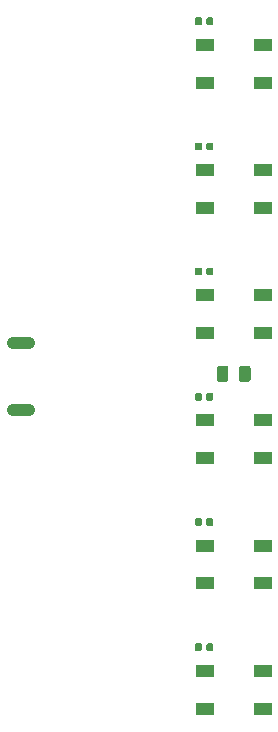
<source format=gtp>
G04 #@! TF.GenerationSoftware,KiCad,Pcbnew,(5.1.5-0-10_14)*
G04 #@! TF.CreationDate,2020-04-03T00:26:54-07:00*
G04 #@! TF.ProjectId,bike-light-board,62696b65-2d6c-4696-9768-742d626f6172,rev?*
G04 #@! TF.SameCoordinates,Original*
G04 #@! TF.FileFunction,Paste,Top*
G04 #@! TF.FilePolarity,Positive*
%FSLAX46Y46*%
G04 Gerber Fmt 4.6, Leading zero omitted, Abs format (unit mm)*
G04 Created by KiCad (PCBNEW (5.1.5-0-10_14)) date 2020-04-03 00:26:54*
%MOMM*%
%LPD*%
G04 APERTURE LIST*
%ADD10C,0.100000*%
%ADD11R,1.500000X1.000000*%
%ADD12O,2.400000X1.100000*%
G04 APERTURE END LIST*
D10*
G36*
X162205141Y-102721682D02*
G01*
X162228802Y-102725192D01*
X162252006Y-102731004D01*
X162274528Y-102739062D01*
X162296152Y-102749290D01*
X162316669Y-102761587D01*
X162335882Y-102775837D01*
X162353606Y-102791901D01*
X162369670Y-102809625D01*
X162383920Y-102828838D01*
X162396217Y-102849355D01*
X162406445Y-102870979D01*
X162414503Y-102893501D01*
X162420315Y-102916705D01*
X162423825Y-102940366D01*
X162424999Y-102964258D01*
X162424999Y-103876758D01*
X162423825Y-103900650D01*
X162420315Y-103924311D01*
X162414503Y-103947515D01*
X162406445Y-103970037D01*
X162396217Y-103991661D01*
X162383920Y-104012178D01*
X162369670Y-104031391D01*
X162353606Y-104049115D01*
X162335882Y-104065179D01*
X162316669Y-104079429D01*
X162296152Y-104091726D01*
X162274528Y-104101954D01*
X162252006Y-104110012D01*
X162228802Y-104115824D01*
X162205141Y-104119334D01*
X162181249Y-104120508D01*
X161693749Y-104120508D01*
X161669857Y-104119334D01*
X161646196Y-104115824D01*
X161622992Y-104110012D01*
X161600470Y-104101954D01*
X161578846Y-104091726D01*
X161558329Y-104079429D01*
X161539116Y-104065179D01*
X161521392Y-104049115D01*
X161505328Y-104031391D01*
X161491078Y-104012178D01*
X161478781Y-103991661D01*
X161468553Y-103970037D01*
X161460495Y-103947515D01*
X161454683Y-103924311D01*
X161451173Y-103900650D01*
X161449999Y-103876758D01*
X161449999Y-102964258D01*
X161451173Y-102940366D01*
X161454683Y-102916705D01*
X161460495Y-102893501D01*
X161468553Y-102870979D01*
X161478781Y-102849355D01*
X161491078Y-102828838D01*
X161505328Y-102809625D01*
X161521392Y-102791901D01*
X161539116Y-102775837D01*
X161558329Y-102761587D01*
X161578846Y-102749290D01*
X161600470Y-102739062D01*
X161622992Y-102731004D01*
X161646196Y-102725192D01*
X161669857Y-102721682D01*
X161693749Y-102720508D01*
X162181249Y-102720508D01*
X162205141Y-102721682D01*
G37*
G36*
X160330141Y-102721682D02*
G01*
X160353802Y-102725192D01*
X160377006Y-102731004D01*
X160399528Y-102739062D01*
X160421152Y-102749290D01*
X160441669Y-102761587D01*
X160460882Y-102775837D01*
X160478606Y-102791901D01*
X160494670Y-102809625D01*
X160508920Y-102828838D01*
X160521217Y-102849355D01*
X160531445Y-102870979D01*
X160539503Y-102893501D01*
X160545315Y-102916705D01*
X160548825Y-102940366D01*
X160549999Y-102964258D01*
X160549999Y-103876758D01*
X160548825Y-103900650D01*
X160545315Y-103924311D01*
X160539503Y-103947515D01*
X160531445Y-103970037D01*
X160521217Y-103991661D01*
X160508920Y-104012178D01*
X160494670Y-104031391D01*
X160478606Y-104049115D01*
X160460882Y-104065179D01*
X160441669Y-104079429D01*
X160421152Y-104091726D01*
X160399528Y-104101954D01*
X160377006Y-104110012D01*
X160353802Y-104115824D01*
X160330141Y-104119334D01*
X160306249Y-104120508D01*
X159818749Y-104120508D01*
X159794857Y-104119334D01*
X159771196Y-104115824D01*
X159747992Y-104110012D01*
X159725470Y-104101954D01*
X159703846Y-104091726D01*
X159683329Y-104079429D01*
X159664116Y-104065179D01*
X159646392Y-104049115D01*
X159630328Y-104031391D01*
X159616078Y-104012178D01*
X159603781Y-103991661D01*
X159593553Y-103970037D01*
X159585495Y-103947515D01*
X159579683Y-103924311D01*
X159576173Y-103900650D01*
X159574999Y-103876758D01*
X159574999Y-102964258D01*
X159576173Y-102940366D01*
X159579683Y-102916705D01*
X159585495Y-102893501D01*
X159593553Y-102870979D01*
X159603781Y-102849355D01*
X159616078Y-102828838D01*
X159630328Y-102809625D01*
X159646392Y-102791901D01*
X159664116Y-102775837D01*
X159683329Y-102761587D01*
X159703846Y-102749290D01*
X159725470Y-102739062D01*
X159747992Y-102731004D01*
X159771196Y-102725192D01*
X159794857Y-102721682D01*
X159818749Y-102720508D01*
X160306249Y-102720508D01*
X160330141Y-102721682D01*
G37*
D11*
X158549999Y-128570508D03*
X158549999Y-131770508D03*
X163449999Y-128570508D03*
X163449999Y-131770508D03*
X158549999Y-117970508D03*
X158549999Y-121170508D03*
X163449999Y-117970508D03*
X163449999Y-121170508D03*
X158549999Y-107370508D03*
X158549999Y-110570508D03*
X163449999Y-107370508D03*
X163449999Y-110570508D03*
X158549999Y-96770508D03*
X158549999Y-99970508D03*
X163449999Y-96770508D03*
X163449999Y-99970508D03*
X158549999Y-86170508D03*
X158549999Y-89370508D03*
X163449999Y-86170508D03*
X163449999Y-89370508D03*
X158549999Y-75570508D03*
X158549999Y-78770508D03*
X163449999Y-75570508D03*
X163449999Y-78770508D03*
D10*
G36*
X159146957Y-73251218D02*
G01*
X159161275Y-73253342D01*
X159175316Y-73256859D01*
X159188945Y-73261736D01*
X159202030Y-73267925D01*
X159214446Y-73275366D01*
X159226072Y-73283989D01*
X159236797Y-73293710D01*
X159246518Y-73304435D01*
X159255141Y-73316061D01*
X159262582Y-73328477D01*
X159268771Y-73341562D01*
X159273648Y-73355191D01*
X159277165Y-73369232D01*
X159279289Y-73383550D01*
X159279999Y-73398008D01*
X159279999Y-73743008D01*
X159279289Y-73757466D01*
X159277165Y-73771784D01*
X159273648Y-73785825D01*
X159268771Y-73799454D01*
X159262582Y-73812539D01*
X159255141Y-73824955D01*
X159246518Y-73836581D01*
X159236797Y-73847306D01*
X159226072Y-73857027D01*
X159214446Y-73865650D01*
X159202030Y-73873091D01*
X159188945Y-73879280D01*
X159175316Y-73884157D01*
X159161275Y-73887674D01*
X159146957Y-73889798D01*
X159132499Y-73890508D01*
X158837499Y-73890508D01*
X158823041Y-73889798D01*
X158808723Y-73887674D01*
X158794682Y-73884157D01*
X158781053Y-73879280D01*
X158767968Y-73873091D01*
X158755552Y-73865650D01*
X158743926Y-73857027D01*
X158733201Y-73847306D01*
X158723480Y-73836581D01*
X158714857Y-73824955D01*
X158707416Y-73812539D01*
X158701227Y-73799454D01*
X158696350Y-73785825D01*
X158692833Y-73771784D01*
X158690709Y-73757466D01*
X158689999Y-73743008D01*
X158689999Y-73398008D01*
X158690709Y-73383550D01*
X158692833Y-73369232D01*
X158696350Y-73355191D01*
X158701227Y-73341562D01*
X158707416Y-73328477D01*
X158714857Y-73316061D01*
X158723480Y-73304435D01*
X158733201Y-73293710D01*
X158743926Y-73283989D01*
X158755552Y-73275366D01*
X158767968Y-73267925D01*
X158781053Y-73261736D01*
X158794682Y-73256859D01*
X158808723Y-73253342D01*
X158823041Y-73251218D01*
X158837499Y-73250508D01*
X159132499Y-73250508D01*
X159146957Y-73251218D01*
G37*
G36*
X158176957Y-73251218D02*
G01*
X158191275Y-73253342D01*
X158205316Y-73256859D01*
X158218945Y-73261736D01*
X158232030Y-73267925D01*
X158244446Y-73275366D01*
X158256072Y-73283989D01*
X158266797Y-73293710D01*
X158276518Y-73304435D01*
X158285141Y-73316061D01*
X158292582Y-73328477D01*
X158298771Y-73341562D01*
X158303648Y-73355191D01*
X158307165Y-73369232D01*
X158309289Y-73383550D01*
X158309999Y-73398008D01*
X158309999Y-73743008D01*
X158309289Y-73757466D01*
X158307165Y-73771784D01*
X158303648Y-73785825D01*
X158298771Y-73799454D01*
X158292582Y-73812539D01*
X158285141Y-73824955D01*
X158276518Y-73836581D01*
X158266797Y-73847306D01*
X158256072Y-73857027D01*
X158244446Y-73865650D01*
X158232030Y-73873091D01*
X158218945Y-73879280D01*
X158205316Y-73884157D01*
X158191275Y-73887674D01*
X158176957Y-73889798D01*
X158162499Y-73890508D01*
X157867499Y-73890508D01*
X157853041Y-73889798D01*
X157838723Y-73887674D01*
X157824682Y-73884157D01*
X157811053Y-73879280D01*
X157797968Y-73873091D01*
X157785552Y-73865650D01*
X157773926Y-73857027D01*
X157763201Y-73847306D01*
X157753480Y-73836581D01*
X157744857Y-73824955D01*
X157737416Y-73812539D01*
X157731227Y-73799454D01*
X157726350Y-73785825D01*
X157722833Y-73771784D01*
X157720709Y-73757466D01*
X157719999Y-73743008D01*
X157719999Y-73398008D01*
X157720709Y-73383550D01*
X157722833Y-73369232D01*
X157726350Y-73355191D01*
X157731227Y-73341562D01*
X157737416Y-73328477D01*
X157744857Y-73316061D01*
X157753480Y-73304435D01*
X157763201Y-73293710D01*
X157773926Y-73283989D01*
X157785552Y-73275366D01*
X157797968Y-73267925D01*
X157811053Y-73261736D01*
X157824682Y-73256859D01*
X157838723Y-73253342D01*
X157853041Y-73251218D01*
X157867499Y-73250508D01*
X158162499Y-73250508D01*
X158176957Y-73251218D01*
G37*
G36*
X159146957Y-83851218D02*
G01*
X159161275Y-83853342D01*
X159175316Y-83856859D01*
X159188945Y-83861736D01*
X159202030Y-83867925D01*
X159214446Y-83875366D01*
X159226072Y-83883989D01*
X159236797Y-83893710D01*
X159246518Y-83904435D01*
X159255141Y-83916061D01*
X159262582Y-83928477D01*
X159268771Y-83941562D01*
X159273648Y-83955191D01*
X159277165Y-83969232D01*
X159279289Y-83983550D01*
X159279999Y-83998008D01*
X159279999Y-84343008D01*
X159279289Y-84357466D01*
X159277165Y-84371784D01*
X159273648Y-84385825D01*
X159268771Y-84399454D01*
X159262582Y-84412539D01*
X159255141Y-84424955D01*
X159246518Y-84436581D01*
X159236797Y-84447306D01*
X159226072Y-84457027D01*
X159214446Y-84465650D01*
X159202030Y-84473091D01*
X159188945Y-84479280D01*
X159175316Y-84484157D01*
X159161275Y-84487674D01*
X159146957Y-84489798D01*
X159132499Y-84490508D01*
X158837499Y-84490508D01*
X158823041Y-84489798D01*
X158808723Y-84487674D01*
X158794682Y-84484157D01*
X158781053Y-84479280D01*
X158767968Y-84473091D01*
X158755552Y-84465650D01*
X158743926Y-84457027D01*
X158733201Y-84447306D01*
X158723480Y-84436581D01*
X158714857Y-84424955D01*
X158707416Y-84412539D01*
X158701227Y-84399454D01*
X158696350Y-84385825D01*
X158692833Y-84371784D01*
X158690709Y-84357466D01*
X158689999Y-84343008D01*
X158689999Y-83998008D01*
X158690709Y-83983550D01*
X158692833Y-83969232D01*
X158696350Y-83955191D01*
X158701227Y-83941562D01*
X158707416Y-83928477D01*
X158714857Y-83916061D01*
X158723480Y-83904435D01*
X158733201Y-83893710D01*
X158743926Y-83883989D01*
X158755552Y-83875366D01*
X158767968Y-83867925D01*
X158781053Y-83861736D01*
X158794682Y-83856859D01*
X158808723Y-83853342D01*
X158823041Y-83851218D01*
X158837499Y-83850508D01*
X159132499Y-83850508D01*
X159146957Y-83851218D01*
G37*
G36*
X158176957Y-83851218D02*
G01*
X158191275Y-83853342D01*
X158205316Y-83856859D01*
X158218945Y-83861736D01*
X158232030Y-83867925D01*
X158244446Y-83875366D01*
X158256072Y-83883989D01*
X158266797Y-83893710D01*
X158276518Y-83904435D01*
X158285141Y-83916061D01*
X158292582Y-83928477D01*
X158298771Y-83941562D01*
X158303648Y-83955191D01*
X158307165Y-83969232D01*
X158309289Y-83983550D01*
X158309999Y-83998008D01*
X158309999Y-84343008D01*
X158309289Y-84357466D01*
X158307165Y-84371784D01*
X158303648Y-84385825D01*
X158298771Y-84399454D01*
X158292582Y-84412539D01*
X158285141Y-84424955D01*
X158276518Y-84436581D01*
X158266797Y-84447306D01*
X158256072Y-84457027D01*
X158244446Y-84465650D01*
X158232030Y-84473091D01*
X158218945Y-84479280D01*
X158205316Y-84484157D01*
X158191275Y-84487674D01*
X158176957Y-84489798D01*
X158162499Y-84490508D01*
X157867499Y-84490508D01*
X157853041Y-84489798D01*
X157838723Y-84487674D01*
X157824682Y-84484157D01*
X157811053Y-84479280D01*
X157797968Y-84473091D01*
X157785552Y-84465650D01*
X157773926Y-84457027D01*
X157763201Y-84447306D01*
X157753480Y-84436581D01*
X157744857Y-84424955D01*
X157737416Y-84412539D01*
X157731227Y-84399454D01*
X157726350Y-84385825D01*
X157722833Y-84371784D01*
X157720709Y-84357466D01*
X157719999Y-84343008D01*
X157719999Y-83998008D01*
X157720709Y-83983550D01*
X157722833Y-83969232D01*
X157726350Y-83955191D01*
X157731227Y-83941562D01*
X157737416Y-83928477D01*
X157744857Y-83916061D01*
X157753480Y-83904435D01*
X157763201Y-83893710D01*
X157773926Y-83883989D01*
X157785552Y-83875366D01*
X157797968Y-83867925D01*
X157811053Y-83861736D01*
X157824682Y-83856859D01*
X157838723Y-83853342D01*
X157853041Y-83851218D01*
X157867499Y-83850508D01*
X158162499Y-83850508D01*
X158176957Y-83851218D01*
G37*
G36*
X159146957Y-94451218D02*
G01*
X159161275Y-94453342D01*
X159175316Y-94456859D01*
X159188945Y-94461736D01*
X159202030Y-94467925D01*
X159214446Y-94475366D01*
X159226072Y-94483989D01*
X159236797Y-94493710D01*
X159246518Y-94504435D01*
X159255141Y-94516061D01*
X159262582Y-94528477D01*
X159268771Y-94541562D01*
X159273648Y-94555191D01*
X159277165Y-94569232D01*
X159279289Y-94583550D01*
X159279999Y-94598008D01*
X159279999Y-94943008D01*
X159279289Y-94957466D01*
X159277165Y-94971784D01*
X159273648Y-94985825D01*
X159268771Y-94999454D01*
X159262582Y-95012539D01*
X159255141Y-95024955D01*
X159246518Y-95036581D01*
X159236797Y-95047306D01*
X159226072Y-95057027D01*
X159214446Y-95065650D01*
X159202030Y-95073091D01*
X159188945Y-95079280D01*
X159175316Y-95084157D01*
X159161275Y-95087674D01*
X159146957Y-95089798D01*
X159132499Y-95090508D01*
X158837499Y-95090508D01*
X158823041Y-95089798D01*
X158808723Y-95087674D01*
X158794682Y-95084157D01*
X158781053Y-95079280D01*
X158767968Y-95073091D01*
X158755552Y-95065650D01*
X158743926Y-95057027D01*
X158733201Y-95047306D01*
X158723480Y-95036581D01*
X158714857Y-95024955D01*
X158707416Y-95012539D01*
X158701227Y-94999454D01*
X158696350Y-94985825D01*
X158692833Y-94971784D01*
X158690709Y-94957466D01*
X158689999Y-94943008D01*
X158689999Y-94598008D01*
X158690709Y-94583550D01*
X158692833Y-94569232D01*
X158696350Y-94555191D01*
X158701227Y-94541562D01*
X158707416Y-94528477D01*
X158714857Y-94516061D01*
X158723480Y-94504435D01*
X158733201Y-94493710D01*
X158743926Y-94483989D01*
X158755552Y-94475366D01*
X158767968Y-94467925D01*
X158781053Y-94461736D01*
X158794682Y-94456859D01*
X158808723Y-94453342D01*
X158823041Y-94451218D01*
X158837499Y-94450508D01*
X159132499Y-94450508D01*
X159146957Y-94451218D01*
G37*
G36*
X158176957Y-94451218D02*
G01*
X158191275Y-94453342D01*
X158205316Y-94456859D01*
X158218945Y-94461736D01*
X158232030Y-94467925D01*
X158244446Y-94475366D01*
X158256072Y-94483989D01*
X158266797Y-94493710D01*
X158276518Y-94504435D01*
X158285141Y-94516061D01*
X158292582Y-94528477D01*
X158298771Y-94541562D01*
X158303648Y-94555191D01*
X158307165Y-94569232D01*
X158309289Y-94583550D01*
X158309999Y-94598008D01*
X158309999Y-94943008D01*
X158309289Y-94957466D01*
X158307165Y-94971784D01*
X158303648Y-94985825D01*
X158298771Y-94999454D01*
X158292582Y-95012539D01*
X158285141Y-95024955D01*
X158276518Y-95036581D01*
X158266797Y-95047306D01*
X158256072Y-95057027D01*
X158244446Y-95065650D01*
X158232030Y-95073091D01*
X158218945Y-95079280D01*
X158205316Y-95084157D01*
X158191275Y-95087674D01*
X158176957Y-95089798D01*
X158162499Y-95090508D01*
X157867499Y-95090508D01*
X157853041Y-95089798D01*
X157838723Y-95087674D01*
X157824682Y-95084157D01*
X157811053Y-95079280D01*
X157797968Y-95073091D01*
X157785552Y-95065650D01*
X157773926Y-95057027D01*
X157763201Y-95047306D01*
X157753480Y-95036581D01*
X157744857Y-95024955D01*
X157737416Y-95012539D01*
X157731227Y-94999454D01*
X157726350Y-94985825D01*
X157722833Y-94971784D01*
X157720709Y-94957466D01*
X157719999Y-94943008D01*
X157719999Y-94598008D01*
X157720709Y-94583550D01*
X157722833Y-94569232D01*
X157726350Y-94555191D01*
X157731227Y-94541562D01*
X157737416Y-94528477D01*
X157744857Y-94516061D01*
X157753480Y-94504435D01*
X157763201Y-94493710D01*
X157773926Y-94483989D01*
X157785552Y-94475366D01*
X157797968Y-94467925D01*
X157811053Y-94461736D01*
X157824682Y-94456859D01*
X157838723Y-94453342D01*
X157853041Y-94451218D01*
X157867499Y-94450508D01*
X158162499Y-94450508D01*
X158176957Y-94451218D01*
G37*
G36*
X159146957Y-105051218D02*
G01*
X159161275Y-105053342D01*
X159175316Y-105056859D01*
X159188945Y-105061736D01*
X159202030Y-105067925D01*
X159214446Y-105075366D01*
X159226072Y-105083989D01*
X159236797Y-105093710D01*
X159246518Y-105104435D01*
X159255141Y-105116061D01*
X159262582Y-105128477D01*
X159268771Y-105141562D01*
X159273648Y-105155191D01*
X159277165Y-105169232D01*
X159279289Y-105183550D01*
X159279999Y-105198008D01*
X159279999Y-105543008D01*
X159279289Y-105557466D01*
X159277165Y-105571784D01*
X159273648Y-105585825D01*
X159268771Y-105599454D01*
X159262582Y-105612539D01*
X159255141Y-105624955D01*
X159246518Y-105636581D01*
X159236797Y-105647306D01*
X159226072Y-105657027D01*
X159214446Y-105665650D01*
X159202030Y-105673091D01*
X159188945Y-105679280D01*
X159175316Y-105684157D01*
X159161275Y-105687674D01*
X159146957Y-105689798D01*
X159132499Y-105690508D01*
X158837499Y-105690508D01*
X158823041Y-105689798D01*
X158808723Y-105687674D01*
X158794682Y-105684157D01*
X158781053Y-105679280D01*
X158767968Y-105673091D01*
X158755552Y-105665650D01*
X158743926Y-105657027D01*
X158733201Y-105647306D01*
X158723480Y-105636581D01*
X158714857Y-105624955D01*
X158707416Y-105612539D01*
X158701227Y-105599454D01*
X158696350Y-105585825D01*
X158692833Y-105571784D01*
X158690709Y-105557466D01*
X158689999Y-105543008D01*
X158689999Y-105198008D01*
X158690709Y-105183550D01*
X158692833Y-105169232D01*
X158696350Y-105155191D01*
X158701227Y-105141562D01*
X158707416Y-105128477D01*
X158714857Y-105116061D01*
X158723480Y-105104435D01*
X158733201Y-105093710D01*
X158743926Y-105083989D01*
X158755552Y-105075366D01*
X158767968Y-105067925D01*
X158781053Y-105061736D01*
X158794682Y-105056859D01*
X158808723Y-105053342D01*
X158823041Y-105051218D01*
X158837499Y-105050508D01*
X159132499Y-105050508D01*
X159146957Y-105051218D01*
G37*
G36*
X158176957Y-105051218D02*
G01*
X158191275Y-105053342D01*
X158205316Y-105056859D01*
X158218945Y-105061736D01*
X158232030Y-105067925D01*
X158244446Y-105075366D01*
X158256072Y-105083989D01*
X158266797Y-105093710D01*
X158276518Y-105104435D01*
X158285141Y-105116061D01*
X158292582Y-105128477D01*
X158298771Y-105141562D01*
X158303648Y-105155191D01*
X158307165Y-105169232D01*
X158309289Y-105183550D01*
X158309999Y-105198008D01*
X158309999Y-105543008D01*
X158309289Y-105557466D01*
X158307165Y-105571784D01*
X158303648Y-105585825D01*
X158298771Y-105599454D01*
X158292582Y-105612539D01*
X158285141Y-105624955D01*
X158276518Y-105636581D01*
X158266797Y-105647306D01*
X158256072Y-105657027D01*
X158244446Y-105665650D01*
X158232030Y-105673091D01*
X158218945Y-105679280D01*
X158205316Y-105684157D01*
X158191275Y-105687674D01*
X158176957Y-105689798D01*
X158162499Y-105690508D01*
X157867499Y-105690508D01*
X157853041Y-105689798D01*
X157838723Y-105687674D01*
X157824682Y-105684157D01*
X157811053Y-105679280D01*
X157797968Y-105673091D01*
X157785552Y-105665650D01*
X157773926Y-105657027D01*
X157763201Y-105647306D01*
X157753480Y-105636581D01*
X157744857Y-105624955D01*
X157737416Y-105612539D01*
X157731227Y-105599454D01*
X157726350Y-105585825D01*
X157722833Y-105571784D01*
X157720709Y-105557466D01*
X157719999Y-105543008D01*
X157719999Y-105198008D01*
X157720709Y-105183550D01*
X157722833Y-105169232D01*
X157726350Y-105155191D01*
X157731227Y-105141562D01*
X157737416Y-105128477D01*
X157744857Y-105116061D01*
X157753480Y-105104435D01*
X157763201Y-105093710D01*
X157773926Y-105083989D01*
X157785552Y-105075366D01*
X157797968Y-105067925D01*
X157811053Y-105061736D01*
X157824682Y-105056859D01*
X157838723Y-105053342D01*
X157853041Y-105051218D01*
X157867499Y-105050508D01*
X158162499Y-105050508D01*
X158176957Y-105051218D01*
G37*
G36*
X159146957Y-115651218D02*
G01*
X159161275Y-115653342D01*
X159175316Y-115656859D01*
X159188945Y-115661736D01*
X159202030Y-115667925D01*
X159214446Y-115675366D01*
X159226072Y-115683989D01*
X159236797Y-115693710D01*
X159246518Y-115704435D01*
X159255141Y-115716061D01*
X159262582Y-115728477D01*
X159268771Y-115741562D01*
X159273648Y-115755191D01*
X159277165Y-115769232D01*
X159279289Y-115783550D01*
X159279999Y-115798008D01*
X159279999Y-116143008D01*
X159279289Y-116157466D01*
X159277165Y-116171784D01*
X159273648Y-116185825D01*
X159268771Y-116199454D01*
X159262582Y-116212539D01*
X159255141Y-116224955D01*
X159246518Y-116236581D01*
X159236797Y-116247306D01*
X159226072Y-116257027D01*
X159214446Y-116265650D01*
X159202030Y-116273091D01*
X159188945Y-116279280D01*
X159175316Y-116284157D01*
X159161275Y-116287674D01*
X159146957Y-116289798D01*
X159132499Y-116290508D01*
X158837499Y-116290508D01*
X158823041Y-116289798D01*
X158808723Y-116287674D01*
X158794682Y-116284157D01*
X158781053Y-116279280D01*
X158767968Y-116273091D01*
X158755552Y-116265650D01*
X158743926Y-116257027D01*
X158733201Y-116247306D01*
X158723480Y-116236581D01*
X158714857Y-116224955D01*
X158707416Y-116212539D01*
X158701227Y-116199454D01*
X158696350Y-116185825D01*
X158692833Y-116171784D01*
X158690709Y-116157466D01*
X158689999Y-116143008D01*
X158689999Y-115798008D01*
X158690709Y-115783550D01*
X158692833Y-115769232D01*
X158696350Y-115755191D01*
X158701227Y-115741562D01*
X158707416Y-115728477D01*
X158714857Y-115716061D01*
X158723480Y-115704435D01*
X158733201Y-115693710D01*
X158743926Y-115683989D01*
X158755552Y-115675366D01*
X158767968Y-115667925D01*
X158781053Y-115661736D01*
X158794682Y-115656859D01*
X158808723Y-115653342D01*
X158823041Y-115651218D01*
X158837499Y-115650508D01*
X159132499Y-115650508D01*
X159146957Y-115651218D01*
G37*
G36*
X158176957Y-115651218D02*
G01*
X158191275Y-115653342D01*
X158205316Y-115656859D01*
X158218945Y-115661736D01*
X158232030Y-115667925D01*
X158244446Y-115675366D01*
X158256072Y-115683989D01*
X158266797Y-115693710D01*
X158276518Y-115704435D01*
X158285141Y-115716061D01*
X158292582Y-115728477D01*
X158298771Y-115741562D01*
X158303648Y-115755191D01*
X158307165Y-115769232D01*
X158309289Y-115783550D01*
X158309999Y-115798008D01*
X158309999Y-116143008D01*
X158309289Y-116157466D01*
X158307165Y-116171784D01*
X158303648Y-116185825D01*
X158298771Y-116199454D01*
X158292582Y-116212539D01*
X158285141Y-116224955D01*
X158276518Y-116236581D01*
X158266797Y-116247306D01*
X158256072Y-116257027D01*
X158244446Y-116265650D01*
X158232030Y-116273091D01*
X158218945Y-116279280D01*
X158205316Y-116284157D01*
X158191275Y-116287674D01*
X158176957Y-116289798D01*
X158162499Y-116290508D01*
X157867499Y-116290508D01*
X157853041Y-116289798D01*
X157838723Y-116287674D01*
X157824682Y-116284157D01*
X157811053Y-116279280D01*
X157797968Y-116273091D01*
X157785552Y-116265650D01*
X157773926Y-116257027D01*
X157763201Y-116247306D01*
X157753480Y-116236581D01*
X157744857Y-116224955D01*
X157737416Y-116212539D01*
X157731227Y-116199454D01*
X157726350Y-116185825D01*
X157722833Y-116171784D01*
X157720709Y-116157466D01*
X157719999Y-116143008D01*
X157719999Y-115798008D01*
X157720709Y-115783550D01*
X157722833Y-115769232D01*
X157726350Y-115755191D01*
X157731227Y-115741562D01*
X157737416Y-115728477D01*
X157744857Y-115716061D01*
X157753480Y-115704435D01*
X157763201Y-115693710D01*
X157773926Y-115683989D01*
X157785552Y-115675366D01*
X157797968Y-115667925D01*
X157811053Y-115661736D01*
X157824682Y-115656859D01*
X157838723Y-115653342D01*
X157853041Y-115651218D01*
X157867499Y-115650508D01*
X158162499Y-115650508D01*
X158176957Y-115651218D01*
G37*
G36*
X159146957Y-126251218D02*
G01*
X159161275Y-126253342D01*
X159175316Y-126256859D01*
X159188945Y-126261736D01*
X159202030Y-126267925D01*
X159214446Y-126275366D01*
X159226072Y-126283989D01*
X159236797Y-126293710D01*
X159246518Y-126304435D01*
X159255141Y-126316061D01*
X159262582Y-126328477D01*
X159268771Y-126341562D01*
X159273648Y-126355191D01*
X159277165Y-126369232D01*
X159279289Y-126383550D01*
X159279999Y-126398008D01*
X159279999Y-126743008D01*
X159279289Y-126757466D01*
X159277165Y-126771784D01*
X159273648Y-126785825D01*
X159268771Y-126799454D01*
X159262582Y-126812539D01*
X159255141Y-126824955D01*
X159246518Y-126836581D01*
X159236797Y-126847306D01*
X159226072Y-126857027D01*
X159214446Y-126865650D01*
X159202030Y-126873091D01*
X159188945Y-126879280D01*
X159175316Y-126884157D01*
X159161275Y-126887674D01*
X159146957Y-126889798D01*
X159132499Y-126890508D01*
X158837499Y-126890508D01*
X158823041Y-126889798D01*
X158808723Y-126887674D01*
X158794682Y-126884157D01*
X158781053Y-126879280D01*
X158767968Y-126873091D01*
X158755552Y-126865650D01*
X158743926Y-126857027D01*
X158733201Y-126847306D01*
X158723480Y-126836581D01*
X158714857Y-126824955D01*
X158707416Y-126812539D01*
X158701227Y-126799454D01*
X158696350Y-126785825D01*
X158692833Y-126771784D01*
X158690709Y-126757466D01*
X158689999Y-126743008D01*
X158689999Y-126398008D01*
X158690709Y-126383550D01*
X158692833Y-126369232D01*
X158696350Y-126355191D01*
X158701227Y-126341562D01*
X158707416Y-126328477D01*
X158714857Y-126316061D01*
X158723480Y-126304435D01*
X158733201Y-126293710D01*
X158743926Y-126283989D01*
X158755552Y-126275366D01*
X158767968Y-126267925D01*
X158781053Y-126261736D01*
X158794682Y-126256859D01*
X158808723Y-126253342D01*
X158823041Y-126251218D01*
X158837499Y-126250508D01*
X159132499Y-126250508D01*
X159146957Y-126251218D01*
G37*
G36*
X158176957Y-126251218D02*
G01*
X158191275Y-126253342D01*
X158205316Y-126256859D01*
X158218945Y-126261736D01*
X158232030Y-126267925D01*
X158244446Y-126275366D01*
X158256072Y-126283989D01*
X158266797Y-126293710D01*
X158276518Y-126304435D01*
X158285141Y-126316061D01*
X158292582Y-126328477D01*
X158298771Y-126341562D01*
X158303648Y-126355191D01*
X158307165Y-126369232D01*
X158309289Y-126383550D01*
X158309999Y-126398008D01*
X158309999Y-126743008D01*
X158309289Y-126757466D01*
X158307165Y-126771784D01*
X158303648Y-126785825D01*
X158298771Y-126799454D01*
X158292582Y-126812539D01*
X158285141Y-126824955D01*
X158276518Y-126836581D01*
X158266797Y-126847306D01*
X158256072Y-126857027D01*
X158244446Y-126865650D01*
X158232030Y-126873091D01*
X158218945Y-126879280D01*
X158205316Y-126884157D01*
X158191275Y-126887674D01*
X158176957Y-126889798D01*
X158162499Y-126890508D01*
X157867499Y-126890508D01*
X157853041Y-126889798D01*
X157838723Y-126887674D01*
X157824682Y-126884157D01*
X157811053Y-126879280D01*
X157797968Y-126873091D01*
X157785552Y-126865650D01*
X157773926Y-126857027D01*
X157763201Y-126847306D01*
X157753480Y-126836581D01*
X157744857Y-126824955D01*
X157737416Y-126812539D01*
X157731227Y-126799454D01*
X157726350Y-126785825D01*
X157722833Y-126771784D01*
X157720709Y-126757466D01*
X157719999Y-126743008D01*
X157719999Y-126398008D01*
X157720709Y-126383550D01*
X157722833Y-126369232D01*
X157726350Y-126355191D01*
X157731227Y-126341562D01*
X157737416Y-126328477D01*
X157744857Y-126316061D01*
X157753480Y-126304435D01*
X157763201Y-126293710D01*
X157773926Y-126283989D01*
X157785552Y-126275366D01*
X157797968Y-126267925D01*
X157811053Y-126261736D01*
X157824682Y-126256859D01*
X157838723Y-126253342D01*
X157853041Y-126251218D01*
X157867499Y-126250508D01*
X158162499Y-126250508D01*
X158176957Y-126251218D01*
G37*
D12*
X142974999Y-106495508D03*
X142974999Y-100845508D03*
M02*

</source>
